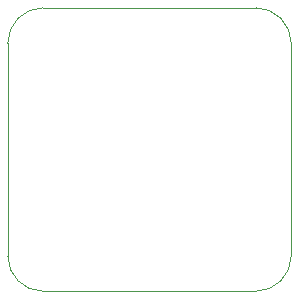
<source format=gko>
G04 Layer_Color=16711935*
%FSLAX44Y44*%
%MOMM*%
G71*
G01*
G75*
%ADD43C,0.1000*%
D43*
X240000Y210000D02*
G03*
X210000Y240000I-30000J0D01*
G01*
Y0D02*
G03*
X240000Y30000I0J30000D01*
G01*
X0D02*
G03*
X30000Y0I30000J0D01*
G01*
Y240000D02*
G03*
X0Y210000I0J-30000D01*
G01*
Y30000D02*
Y210000D01*
X30000Y0D02*
X210000D01*
X30000Y240000D02*
X210000Y240000D01*
X240000Y30000D02*
Y210000D01*
M02*

</source>
